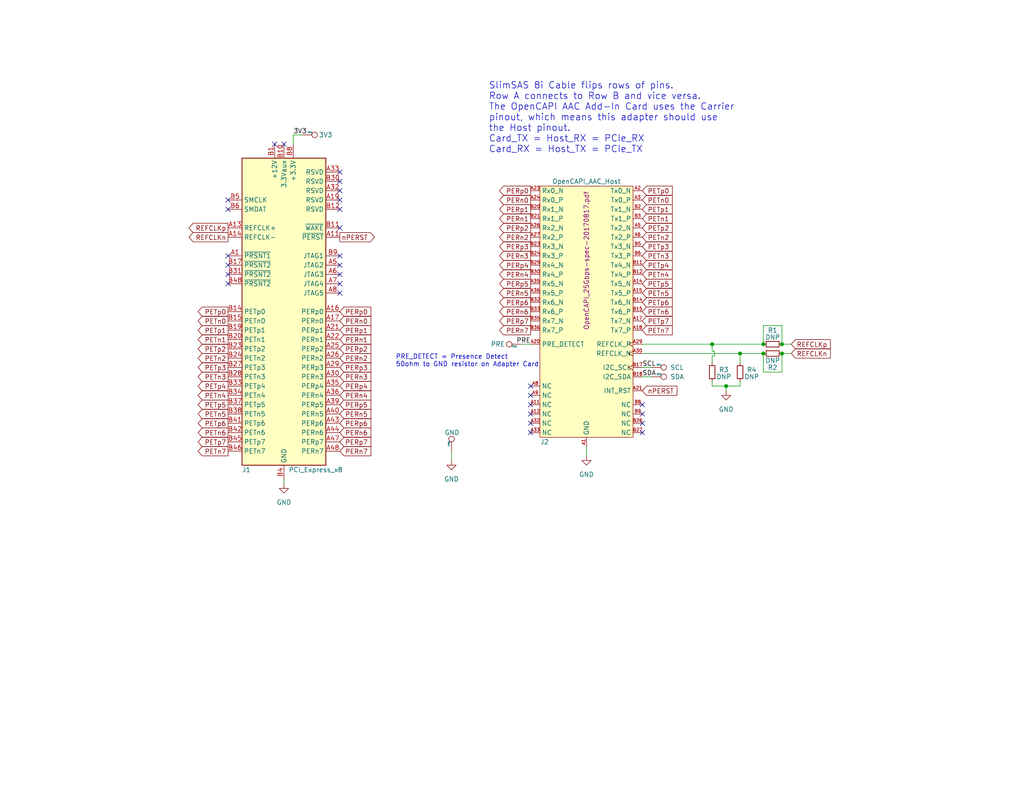
<source format=kicad_sch>
(kicad_sch (version 20211123) (generator eeschema)
  (paper "USLetter")
  (title_block (title "PCI-Express to OpenCAPI Adapter") (rev "A") (company "mwrnd") (comment 1 "github.com/mwrnd/PCIe-to-OpenCAPI_Adapter"))
  (lib_symbols
    (symbol "Connector:Bus_PCI_Express_x8"
      (property "Reference" "J" (at -8.89 43.18 0))
      (property "Value" "Bus_PCI_Express_x8" (at 12.7 43.18 0))
      (symbol "Bus_PCI_Express_x8_0_1"
        (rectangle (start -11.43 41.91) (end 11.43 -41.91) (stroke (width 0.254)) (fill (type background)))
      )
      (symbol "Bus_PCI_Express_x8_1_1"
        (pin passive line (at -15.24 15.24 0) (length 3.81) (name "~{PRSNT1}") (number "A1"))
        (pin passive line (at 2.54 45.72 270) (length 3.81) hide (name "+3.3V") (number "A10"))
        (pin input line (at 15.24 20.32 180) (length 3.81) (name "~{PERST}") (number "A11"))
        (pin passive line (at 0 -45.72 90) (length 3.81) hide (name "GND") (number "A12"))
        (pin input line (at -15.24 22.86 0) (length 3.81) (name "REFCLK+") (number "A13"))
        (pin input line (at -15.24 20.32 0) (length 3.81) (name "REFCLK-") (number "A14"))
        (pin passive line (at 0 -45.72 90) (length 3.81) hide (name "GND") (number "A15"))
        (pin output line (at 15.24 0 180) (length 3.81) (name "PERp0") (number "A16"))
        (pin output line (at 15.24 -2.54 180) (length 3.81) (name "PERn0") (number "A17"))
        (pin passive line (at 0 -45.72 90) (length 3.81) hide (name "GND") (number "A18"))
        (pin passive line (at 15.24 30.48 180) (length 3.81) (name "RSVD") (number "A19"))
        (pin passive line (at -2.54 45.72 270) (length 3.81) hide (name "+12V") (number "A2"))
        (pin passive line (at 0 -45.72 90) (length 3.81) hide (name "GND") (number "A20"))
        (pin output line (at 15.24 -5.08 180) (length 3.81) (name "PERp1") (number "A21"))
        (pin output line (at 15.24 -7.62 180) (length 3.81) (name "PERn1") (number "A22"))
        (pin passive line (at 0 -45.72 90) (length 3.81) hide (name "GND") (number "A23"))
        (pin passive line (at 0 -45.72 90) (length 3.81) hide (name "GND") (number "A24"))
        (pin output line (at 15.24 -10.16 180) (length 3.81) (name "PERp2") (number "A25"))
        (pin output line (at 15.24 -12.7 180) (length 3.81) (name "PERn2") (number "A26"))
        (pin passive line (at 0 -45.72 90) (length 3.81) hide (name "GND") (number "A27"))
        (pin passive line (at 0 -45.72 90) (length 3.81) hide (name "GND") (number "A28"))
        (pin output line (at 15.24 -15.24 180) (length 3.81) (name "PERp3") (number "A29"))
        (pin passive line (at -2.54 45.72 270) (length 3.81) hide (name "+12V") (number "A3"))
        (pin output line (at 15.24 -17.78 180) (length 3.81) (name "PERn3") (number "A30"))
        (pin passive line (at 0 -45.72 90) (length 3.81) hide (name "GND") (number "A31"))
        (pin passive line (at 15.24 33.02 180) (length 3.81) (name "RSVD") (number "A32"))
        (pin passive line (at 15.24 38.1 180) (length 3.81) (name "RSVD") (number "A33"))
        (pin passive line (at 0 -45.72 90) (length 3.81) hide (name "GND") (number "A34"))
        (pin output line (at 15.24 -20.32 180) (length 3.81) (name "PERp4") (number "A35"))
        (pin output line (at 15.24 -22.86 180) (length 3.81) (name "PERn4") (number "A36"))
        (pin passive line (at 0 -45.72 90) (length 3.81) hide (name "GND") (number "A37"))
        (pin passive line (at 0 -45.72 90) (length 3.81) hide (name "GND") (number "A38"))
        (pin output line (at 15.24 -25.4 180) (length 3.81) (name "PERp5") (number "A39"))
        (pin passive line (at 0 -45.72 90) (length 3.81) hide (name "GND") (number "A4"))
        (pin output line (at 15.24 -27.94 180) (length 3.81) (name "PERn5") (number "A40"))
        (pin passive line (at 0 -45.72 90) (length 3.81) hide (name "GND") (number "A41"))
        (pin passive line (at 0 -45.72 90) (length 3.81) hide (name "GND") (number "A42"))
        (pin output line (at 15.24 -30.48 180) (length 3.81) (name "PERp6") (number "A43"))
        (pin output line (at 15.24 -33.02 180) (length 3.81) (name "PERn6") (number "A44"))
        (pin passive line (at 0 -45.72 90) (length 3.81) hide (name "GND") (number "A45"))
        (pin passive line (at 0 -45.72 90) (length 3.81) hide (name "GND") (number "A46"))
        (pin output line (at 15.24 -35.56 180) (length 3.81) (name "PERp7") (number "A47"))
        (pin output line (at 15.24 -38.1 180) (length 3.81) (name "PERn7") (number "A48"))
        (pin passive line (at 0 -45.72 90) (length 3.81) hide (name "GND") (number "A49"))
        (pin input line (at 15.24 12.7 180) (length 3.81) (name "JTAG2") (number "A5"))
        (pin input line (at 15.24 10.16 180) (length 3.81) (name "JTAG3") (number "A6"))
        (pin output line (at 15.24 7.62 180) (length 3.81) (name "JTAG4") (number "A7"))
        (pin input line (at 15.24 5.08 180) (length 3.81) (name "JTAG5") (number "A8"))
        (pin passive line (at 2.54 45.72 270) (length 3.81) hide (name "+3.3V") (number "A9"))
        (pin power_in line (at -2.54 45.72 270) (length 3.81) (name "+12V") (number "B1"))
        (pin power_in line (at 0 45.72 270) (length 3.81) (name "3.3Vaux") (number "B10"))
        (pin open_collector line (at 15.24 22.86 180) (length 3.81) (name "~{WAKE}") (number "B11"))
        (pin passive line (at 15.24 27.94 180) (length 3.81) (name "RSVD") (number "B12"))
        (pin passive line (at 0 -45.72 90) (length 3.81) hide (name "GND") (number "B13"))
        (pin input line (at -15.24 0 0) (length 3.81) (name "PETp0") (number "B14"))
        (pin input line (at -15.24 -2.54 0) (length 3.81) (name "PETn0") (number "B15"))
        (pin passive line (at 0 -45.72 90) (length 3.81) hide (name "GND") (number "B16"))
        (pin passive line (at -15.24 12.7 0) (length 3.81) (name "~{PRSNT2}") (number "B17"))
        (pin passive line (at 0 -45.72 90) (length 3.81) hide (name "GND") (number "B18"))
        (pin input line (at -15.24 -5.08 0) (length 3.81) (name "PETp1") (number "B19"))
        (pin passive line (at -2.54 45.72 270) (length 3.81) hide (name "+12V") (number "B2"))
        (pin input line (at -15.24 -7.62 0) (length 3.81) (name "PETn1") (number "B20"))
        (pin passive line (at 0 -45.72 90) (length 3.81) hide (name "GND") (number "B21"))
        (pin passive line (at 0 -45.72 90) (length 3.81) hide (name "GND") (number "B22"))
        (pin input line (at -15.24 -10.16 0) (length 3.81) (name "PETp2") (number "B23"))
        (pin input line (at -15.24 -12.7 0) (length 3.81) (name "PETn2") (number "B24"))
        (pin passive line (at 0 -45.72 90) (length 3.81) hide (name "GND") (number "B25"))
        (pin passive line (at 0 -45.72 90) (length 3.81) hide (name "GND") (number "B26"))
        (pin input line (at -15.24 -15.24 0) (length 3.81) (name "PETp3") (number "B27"))
        (pin input line (at -15.24 -17.78 0) (length 3.81) (name "PETn3") (number "B28"))
        (pin passive line (at 0 -45.72 90) (length 3.81) hide (name "GND") (number "B29"))
        (pin passive line (at -2.54 45.72 270) (length 3.81) hide (name "+12V") (number "B3"))
        (pin passive line (at 15.24 35.56 180) (length 3.81) (name "RSVD") (number "B30"))
        (pin passive line (at -15.24 10.16 0) (length 3.81) (name "~{PRSNT2}") (number "B31"))
        (pin passive line (at 0 -45.72 90) (length 3.81) hide (name "GND") (number "B32"))
        (pin input line (at -15.24 -20.32 0) (length 3.81) (name "PETp4") (number "B33"))
        (pin input line (at -15.24 -22.86 0) (length 3.81) (name "PETn4") (number "B34"))
        (pin passive line (at 0 -45.72 90) (length 3.81) hide (name "GND") (number "B35"))
        (pin passive line (at 0 -45.72 90) (length 3.81) hide (name "GND") (number "B36"))
        (pin input line (at -15.24 -25.4 0) (length 3.81) (name "PETp5") (number "B37"))
        (pin input line (at -15.24 -27.94 0) (length 3.81) (name "PETn5") (number "B38"))
        (pin passive line (at 0 -45.72 90) (length 3.81) hide (name "GND") (number "B39"))
        (pin power_in line (at 0 -45.72 90) (length 3.81) (name "GND") (number "B4"))
        (pin passive line (at 0 -45.72 90) (length 3.81) hide (name "GND") (number "B40"))
        (pin input line (at -15.24 -30.48 0) (length 3.81) (name "PETp6") (number "B41"))
        (pin input line (at -15.24 -33.02 0) (length 3.81) (name "PETn6") (number "B42"))
        (pin passive line (at 0 -45.72 90) (length 3.81) hide (name "GND") (number "B43"))
        (pin passive line (at 0 -45.72 90) (length 3.81) hide (name "GND") (number "B44"))
        (pin input line (at -15.24 -35.56 0) (length 3.81) (name "PETp7") (number "B45"))
        (pin input line (at -15.24 -38.1 0) (length 3.81) (name "PETn7") (number "B46"))
        (pin passive line (at 0 -45.72 90) (length 3.81) hide (name "GND") (number "B47"))
        (pin passive line (at -15.24 7.62 0) (length 3.81) (name "~{PRSNT2}") (number "B48"))
        (pin passive line (at 0 -45.72 90) (length 3.81) hide (name "GND") (number "B49"))
        (pin input line (at -15.24 30.48 0) (length 3.81) (name "SMCLK") (number "B5"))
        (pin bidirectional line (at -15.24 27.94 0) (length 3.81) (name "SMDAT") (number "B6"))
        (pin passive line (at 0 -45.72 90) (length 3.81) hide (name "GND") (number "B7"))
        (pin power_in line (at 2.54 45.72 270) (length 3.81) (name "+3.3V") (number "B8"))
        (pin input line (at 15.24 15.24 180) (length 3.81) (name "JTAG1") (number "B9"))
      )
    )
    (symbol "Connector:TestPoint" (pin_numbers hide) (pin_names (offset 0.762) hide)
      (property "Reference" "TP" (at 0 6.858 0))
      (property "Value" "TestPoint" (at 0 5.08 0))
      (symbol "TestPoint_0_1"
        (circle (center 0 3.302) (radius 0.762))
      )
      (symbol "TestPoint_1_1"
        (pin passive line (at 0 0 90) (length 2.54) (name "1") (number "1"))
      )
    )
    (symbol "Device:R_Small" (pin_numbers hide) (pin_names (offset 0.254) hide)
      (property "Reference" "R" (at 0.762 0.508 0))
      (property "Value" "R_Small" (at 0.762 -1.016 0))
      (symbol "R_Small_0_1"
        (rectangle (start -0.762 1.778) (end 0.762 -1.778) (stroke (width 0.2032)))
      )
      (symbol "R_Small_1_1"
        (pin passive line (at 0 2.54 270) (length 0.762) (name "~") (number "1"))
        (pin passive line (at 0 -2.54 90) (length 0.762) (name "~") (number "2"))
      )
    )
    (symbol "OpenCAPI_AAC:OpenCAPI_AAC_Host"
      (property "Reference" "J" (at 10.16 -35.56 0))
      (property "Value" "OpenCAPI_AAC_Host" (at 0 35.56 0))
      (property "Datasheet" "OpenCAPI_25Gbps-spec-20170817.pdf" (at 0 12.7 90))
      (symbol "OpenCAPI_AAC_Host_0_1"
        (rectangle (start -12.7 34.29) (end 12.7 -34.29) (fill (type background)))
      )
      (symbol "OpenCAPI_AAC_Host_1_1"
        (pin power_in line (at 0 -36.83 90) (length 2.54) (name "GND") (number "A1"))
        (pin passive line (at 0 -36.83 90) (length 2.54) hide (name "GND") (number "A10"))
        (pin unspecified line (at -15.24 -25.4 0) (length 2.54) (name "NC") (number "A11"))
        (pin unspecified line (at -15.24 -27.94 0) (length 2.54) (name "NC") (number "A12"))
        (pin passive line (at 0 -36.83 90) (length 2.54) hide (name "GND") (number "A13"))
        (pin output line (at 15.24 7.62 180) (length 2.54) (name "Tx5_N") (number "A14"))
        (pin output line (at 15.24 5.08 180) (length 2.54) (name "Tx5_P") (number "A15"))
        (pin passive line (at 0 -36.83 90) (length 2.54) hide (name "GND") (number "A16"))
        (pin output line (at 15.24 -2.54 180) (length 2.54) (name "Tx7_N") (number "A17"))
        (pin output line (at 15.24 -5.08 180) (length 2.54) (name "Tx7_P") (number "A18"))
        (pin passive line (at 0 -36.83 90) (length 2.54) hide (name "GND") (number "A19"))
        (pin output line (at 15.24 33.02 180) (length 2.54) (name "Tx0_N") (number "A2"))
        (pin input line (at -15.24 -8.89 0) (length 2.54) (name "PRE_DETECT") (number "A20"))
        (pin output line (at 15.24 -21.59 180) (length 2.54) (name "INT_RST") (number "A21"))
        (pin passive line (at 0 -36.83 90) (length 2.54) hide (name "GND") (number "A22"))
        (pin input line (at -15.24 33.02 0) (length 2.54) (name "Rx0_N") (number "A23"))
        (pin input line (at -15.24 30.48 0) (length 2.54) (name "Rx0_P") (number "A24"))
        (pin passive line (at 0 -36.83 90) (length 2.54) hide (name "GND") (number "A25"))
        (pin input line (at -15.24 22.86 0) (length 2.54) (name "Rx2_N") (number "A26"))
        (pin input line (at -15.24 20.32 0) (length 2.54) (name "Rx2_P") (number "A27"))
        (pin passive line (at 0 -36.83 90) (length 2.54) hide (name "GND") (number "A28"))
        (pin output clock (at 15.24 -8.89 180) (length 2.54) (name "REFCLK_P") (number "A29"))
        (pin output line (at 15.24 30.48 180) (length 2.54) (name "Tx0_P") (number "A3"))
        (pin output clock (at 15.24 -11.43 180) (length 2.54) (name "REFCLK_N") (number "A30"))
        (pin passive line (at 0 -36.83 90) (length 2.54) hide (name "GND") (number "A31"))
        (pin unspecified line (at -15.24 -30.48 0) (length 2.54) (name "NC") (number "A32"))
        (pin unspecified line (at -15.24 -33.02 0) (length 2.54) (name "NC") (number "A33"))
        (pin passive line (at 0 -36.83 90) (length 2.54) hide (name "GND") (number "A34"))
        (pin input line (at -15.24 7.62 0) (length 2.54) (name "Rx5_N") (number "A35"))
        (pin input line (at -15.24 5.08 0) (length 2.54) (name "Rx5_P") (number "A36"))
        (pin passive line (at 0 -36.83 90) (length 2.54) hide (name "GND") (number "A37"))
        (pin passive line (at 0 -36.83 90) (length 2.54) hide (name "GND") (number "A4"))
        (pin output line (at 15.24 22.86 180) (length 2.54) (name "Tx2_N") (number "A5"))
        (pin output line (at 15.24 20.32 180) (length 2.54) (name "Tx2_P") (number "A6"))
        (pin passive line (at 0 -36.83 90) (length 2.54) hide (name "GND") (number "A7"))
        (pin unspecified line (at -15.24 -20.32 0) (length 2.54) (name "NC") (number "A8"))
        (pin unspecified line (at -15.24 -22.86 0) (length 2.54) (name "NC") (number "A9"))
        (pin passive line (at 0 -36.83 90) (length 2.54) hide (name "GND") (number "B1"))
        (pin passive line (at 0 -36.83 90) (length 2.54) hide (name "GND") (number "B10"))
        (pin output line (at 15.24 12.7 180) (length 2.54) (name "Tx4_N") (number "B11"))
        (pin output line (at 15.24 10.16 180) (length 2.54) (name "Tx4_P") (number "B12"))
        (pin passive line (at 0 -36.83 90) (length 2.54) hide (name "GND") (number "B13"))
        (pin output line (at 15.24 2.54 180) (length 2.54) (name "Tx6_N") (number "B14"))
        (pin output line (at 15.24 0 180) (length 2.54) (name "Tx6_P") (number "B15"))
        (pin passive line (at 0 -36.83 90) (length 2.54) hide (name "GND") (number "B16"))
        (pin output clock (at 15.24 -15.24 180) (length 2.54) (name "I2C_SCL") (number "B17"))
        (pin bidirectional line (at 15.24 -17.78 180) (length 2.54) (name "I2C_SDA") (number "B18"))
        (pin passive line (at 0 -36.83 90) (length 2.54) hide (name "GND") (number "B19"))
        (pin output line (at 15.24 27.94 180) (length 2.54) (name "Tx1_N") (number "B2"))
        (pin input line (at -15.24 27.94 0) (length 2.54) (name "Rx1_N") (number "B20"))
        (pin input line (at -15.24 25.4 0) (length 2.54) (name "Rx1_P") (number "B21"))
        (pin passive line (at 0 -36.83 90) (length 2.54) hide (name "GND") (number "B22"))
        (pin input line (at -15.24 17.78 0) (length 2.54) (name "Rx3_N") (number "B23"))
        (pin input line (at -15.24 15.24 0) (length 2.54) (name "Rx3_P") (number "B24"))
        (pin passive line (at 0 -36.83 90) (length 2.54) hide (name "GND") (number "B25"))
        (pin unspecified line (at 15.24 -30.48 180) (length 2.54) (name "NC") (number "B26"))
        (pin unspecified line (at 15.24 -33.02 180) (length 2.54) (name "NC") (number "B27"))
        (pin passive line (at 0 -36.83 90) (length 2.54) hide (name "GND") (number "B28"))
        (pin input line (at -15.24 12.7 0) (length 2.54) (name "Rx4_N") (number "B29"))
        (pin output line (at 15.24 25.4 180) (length 2.54) (name "Tx1_P") (number "B3"))
        (pin input line (at -15.24 10.16 0) (length 2.54) (name "Rx4_P") (number "B30"))
        (pin passive line (at 0 -36.83 90) (length 2.54) hide (name "GND") (number "B31"))
        (pin input line (at -15.24 2.54 0) (length 2.54) (name "Rx6_N") (number "B32"))
        (pin input line (at -15.24 0 0) (length 2.54) (name "Rx6_P") (number "B33"))
        (pin passive line (at 0 -36.83 90) (length 2.54) hide (name "GND") (number "B34"))
        (pin input line (at -15.24 -2.54 0) (length 2.54) (name "Rx7_N") (number "B35"))
        (pin input line (at -15.24 -5.08 0) (length 2.54) (name "Rx7_P") (number "B36"))
        (pin passive line (at 0 -36.83 90) (length 2.54) hide (name "GND") (number "B37"))
        (pin passive line (at 0 -36.83 90) (length 2.54) hide (name "GND") (number "B4"))
        (pin output line (at 15.24 17.78 180) (length 2.54) (name "Tx3_N") (number "B5"))
        (pin output line (at 15.24 15.24 180) (length 2.54) (name "Tx3_P") (number "B6"))
        (pin passive line (at 0 -36.83 90) (length 2.54) hide (name "GND") (number "B7"))
        (pin unspecified line (at 15.24 -25.4 180) (length 2.54) (name "NC") (number "B8"))
        (pin unspecified line (at 15.24 -27.94 180) (length 2.54) (name "NC") (number "B9"))
      )
    )
    (symbol "power:GND" (power) (pin_names (offset 0))
      (property "Value" "GND" (at 0 -3.81 0))
      (symbol "GND_0_1"
        (polyline (pts (xy 0 0) (xy 0 -1.27) (xy 1.27 -1.27) (xy 0 -2.54) (xy -1.27 -1.27) (xy 0 -1.27)))
      )
      (symbol "GND_1_1"
        (pin power_in line (at 0 0 270) (length 0) hide (name "GND") (number "1"))
      )
    )
  )
  (junction (at 198.12 105.41))
  (junction (at 194.31 93.98))
  (junction (at 213.36 96.52))
  (junction (at 208.28 93.98))
  (junction (at 213.36 93.98))
  (junction (at 208.28 96.52))
  (junction (at 201.93 96.52))
  (no_connect (at 144.78 110.49))
  (no_connect (at 62.23 72.39))
  (no_connect (at 62.23 57.15))
  (no_connect (at 175.26 110.49))
  (no_connect (at 62.23 74.93))
  (no_connect (at 62.23 54.61))
  (no_connect (at 144.78 105.41))
  (no_connect (at 92.71 54.61))
  (no_connect (at 144.78 113.03))
  (no_connect (at 144.78 118.11))
  (no_connect (at 74.93 39.37))
  (no_connect (at 92.71 72.39))
  (no_connect (at 62.23 69.85))
  (no_connect (at 62.23 77.47))
  (no_connect (at 175.26 118.11))
  (no_connect (at 144.78 107.95))
  (no_connect (at 92.71 74.93))
  (no_connect (at 144.78 115.57))
  (no_connect (at 92.71 80.01))
  (no_connect (at 92.71 77.47))
  (no_connect (at 92.71 57.15))
  (no_connect (at 77.47 39.37))
  (no_connect (at 175.26 115.57))
  (no_connect (at 92.71 49.53))
  (no_connect (at 92.71 69.85))
  (no_connect (at 175.26 113.03))
  (no_connect (at 92.71 52.07))
  (no_connect (at 92.71 62.23))
  (no_connect (at 92.71 46.99))
  (wire (pts (xy 175.26 102.87) (xy 177.8 102.87)))
  (wire (pts (xy 194.31 93.98) (xy 194.31 95.885)))
  (wire (pts (xy 201.93 104.14) (xy 201.93 105.41)))
  (wire (pts (xy 213.36 88.9) (xy 213.36 93.98)))
  (wire (pts (xy 201.93 96.52) (xy 208.28 96.52)))
  (wire (pts (xy 208.28 101.6) (xy 208.28 96.52)))
  (wire (pts (xy 194.945 95.885) (xy 194.31 95.885)))
  (wire (pts (xy 123.19 123.19) (xy 123.19 125.73)))
  (wire (pts (xy 175.26 96.52) (xy 201.93 96.52)))
  (wire (pts (xy 194.945 97.155) (xy 194.945 95.885)))
  (wire (pts (xy 208.28 88.9) (xy 213.36 88.9)))
  (wire (pts (xy 198.12 105.41) (xy 201.93 105.41)))
  (wire (pts (xy 80.01 36.83) (xy 80.01 39.37)))
  (wire (pts (xy 142.24 93.98) (xy 144.78 93.98)))
  (wire (pts (xy 213.36 96.52) (xy 215.9 96.52)))
  (wire (pts (xy 194.31 104.14) (xy 194.31 105.41)))
  (wire (pts (xy 194.31 93.98) (xy 208.28 93.98)))
  (wire (pts (xy 213.36 93.98) (xy 215.9 93.98)))
  (wire (pts (xy 175.26 93.98) (xy 194.31 93.98)))
  (wire (pts (xy 77.47 130.81) (xy 77.47 132.08)))
  (wire (pts (xy 201.93 96.52) (xy 201.93 99.06)))
  (wire (pts (xy 175.26 100.33) (xy 177.8 100.33)))
  (wire (pts (xy 213.36 101.6) (xy 208.28 101.6)))
  (wire (pts (xy 194.31 99.06) (xy 194.31 97.155)))
  (wire (pts (xy 194.31 105.41) (xy 198.12 105.41)))
  (wire (pts (xy 194.31 97.155) (xy 194.945 97.155)))
  (wire (pts (xy 82.55 36.83) (xy 80.01 36.83)))
  (wire (pts (xy 160.02 121.92) (xy 160.02 124.46)))
  (wire (pts (xy 198.12 105.41) (xy 198.12 106.68)))
  (wire (pts (xy 208.28 93.98) (xy 208.28 88.9)))
  (wire (pts (xy 213.36 96.52) (xy 213.36 101.6)))
  (text "SlimSAS 8i Cable flips rows of pins.\nRow A connects to Row B and vice versa.\nThe OpenCAPI AAC Add-In Card uses the Carrier\npinout, which means this adapter should use\nthe Host pinout.\nCard_TX = Host_RX = PCIe_RX\nCard_RX = Host_TX = PCIe_TX" (at 133.35 41.91 0) (effects (font (size 1.8 1.8)) (justify left bottom)))
  (text "PRE_DETECT = Presence Detect\n50ohm to GND resistor on Adapter Card\n" (at 107.95 100.33 0) (effects (font (size 1.27 1.27)) (justify left bottom)))
  (label "SCL" (at 175.26 100.33 0))
  (label "PRE" (at 144.78 93.98 180))
  (label "SDA" (at 175.26 102.87 0))
  (label "3V3" (at 80.01 36.83 0))
  (global_label "PERp1" (shape output) (at 144.78 57.15 180) (property "Intersheet References" "${INTERSHEET_REFS}" (effects hide)))
  (global_label "PETp6" (shape output) (at 62.23 115.57 180) (property "Intersheet References" "${INTERSHEET_REFS}" (effects hide)))
  (global_label "PETn5" (shape input) (at 175.26 80.01 0) (property "Intersheet References" "${INTERSHEET_REFS}" (effects hide)))
  (global_label "PETp1" (shape output) (at 62.23 90.17 180) (property "Intersheet References" "${INTERSHEET_REFS}" (effects hide)))
  (global_label "PERp4" (shape output) (at 144.78 72.39 180) (property "Intersheet References" "${INTERSHEET_REFS}" (effects hide)))
  (global_label "PERn6" (shape output) (at 144.78 85.09 180) (property "Intersheet References" "${INTERSHEET_REFS}" (effects hide)))
  (global_label "PERp6" (shape input) (at 92.71 115.57 0) (property "Intersheet References" "${INTERSHEET_REFS}" (effects hide)))
  (global_label "PERn4" (shape input) (at 92.71 107.95 0) (property "Intersheet References" "${INTERSHEET_REFS}" (effects hide)))
  (global_label "PERp5" (shape input) (at 92.71 110.49 0) (property "Intersheet References" "${INTERSHEET_REFS}" (effects hide)))
  (global_label "PETp7" (shape output) (at 62.23 120.65 180) (property "Intersheet References" "${INTERSHEET_REFS}" (effects hide)))
  (global_label "PETn6" (shape input) (at 175.26 85.09 0) (property "Intersheet References" "${INTERSHEET_REFS}" (effects hide)))
  (global_label "PETn7" (shape output) (at 62.23 123.19 180) (property "Intersheet References" "${INTERSHEET_REFS}" (effects hide)))
  (global_label "PERp0" (shape input) (at 92.71 85.09 0) (property "Intersheet References" "${INTERSHEET_REFS}" (effects hide)))
  (global_label "PETn0" (shape output) (at 62.23 87.63 180) (property "Intersheet References" "${INTERSHEET_REFS}" (effects hide)))
  (global_label "PERp1" (shape input) (at 92.71 90.17 0) (property "Intersheet References" "${INTERSHEET_REFS}" (effects hide)))
  (global_label "PETn3" (shape input) (at 175.26 69.85 0) (property "Intersheet References" "${INTERSHEET_REFS}" (effects hide)))
  (global_label "PETn4" (shape output) (at 62.23 107.95 180) (property "Intersheet References" "${INTERSHEET_REFS}" (effects hide)))
  (global_label "PETp3" (shape input) (at 175.26 67.31 0) (property "Intersheet References" "${INTERSHEET_REFS}" (effects hide)))
  (global_label "PETp2" (shape output) (at 62.23 95.25 180) (property "Intersheet References" "${INTERSHEET_REFS}" (effects hide)))
  (global_label "PETp4" (shape output) (at 62.23 105.41 180) (property "Intersheet References" "${INTERSHEET_REFS}" (effects hide)))
  (global_label "PERp4" (shape input) (at 92.71 105.41 0) (property "Intersheet References" "${INTERSHEET_REFS}" (effects hide)))
  (global_label "PETn1" (shape output) (at 62.23 92.71 180) (property "Intersheet References" "${INTERSHEET_REFS}" (effects hide)))
  (global_label "PETp2" (shape input) (at 175.26 62.23 0) (property "Intersheet References" "${INTERSHEET_REFS}" (effects hide)))
  (global_label "PERn2" (shape input) (at 92.71 97.79 0) (property "Intersheet References" "${INTERSHEET_REFS}" (effects hide)))
  (global_label "PERn0" (shape output) (at 144.78 54.61 180) (property "Intersheet References" "${INTERSHEET_REFS}" (effects hide)))
  (global_label "PERn5" (shape input) (at 92.71 113.03 0) (property "Intersheet References" "${INTERSHEET_REFS}" (effects hide)))
  (global_label "PERp2" (shape output) (at 144.78 62.23 180) (property "Intersheet References" "${INTERSHEET_REFS}" (effects hide)))
  (global_label "PERn2" (shape output) (at 144.78 64.77 180) (property "Intersheet References" "${INTERSHEET_REFS}" (effects hide)))
  (global_label "PETp0" (shape output) (at 62.23 85.09 180) (property "Intersheet References" "${INTERSHEET_REFS}" (effects hide)))
  (global_label "PERp2" (shape input) (at 92.71 95.25 0) (property "Intersheet References" "${INTERSHEET_REFS}" (effects hide)))
  (global_label "PETp6" (shape input) (at 175.26 82.55 0) (property "Intersheet References" "${INTERSHEET_REFS}" (effects hide)))
  (global_label "nPERST" (shape output) (at 92.71 64.77 0) (property "Intersheet References" "${INTERSHEET_REFS}" (effects hide)))
  (global_label "PERn4" (shape output) (at 144.78 74.93 180) (property "Intersheet References" "${INTERSHEET_REFS}" (effects hide)))
  (global_label "PERp3" (shape output) (at 144.78 67.31 180) (property "Intersheet References" "${INTERSHEET_REFS}" (effects hide)))
  (global_label "PETn6" (shape output) (at 62.23 118.11 180) (property "Intersheet References" "${INTERSHEET_REFS}" (effects hide)))
  (global_label "PETp1" (shape input) (at 175.26 57.15 0) (property "Intersheet References" "${INTERSHEET_REFS}" (effects hide)))
  (global_label "PETn3" (shape output) (at 62.23 102.87 180) (property "Intersheet References" "${INTERSHEET_REFS}" (effects hide)))
  (global_label "REFCLKp" (shape input) (at 215.9 93.98 0) (property "Intersheet References" "${INTERSHEET_REFS}" (effects hide)))
  (global_label "PERn0" (shape input) (at 92.71 87.63 0) (property "Intersheet References" "${INTERSHEET_REFS}" (effects hide)))
  (global_label "PERn3" (shape input) (at 92.71 102.87 0) (property "Intersheet References" "${INTERSHEET_REFS}" (effects hide)))
  (global_label "PERn3" (shape output) (at 144.78 69.85 180) (property "Intersheet References" "${INTERSHEET_REFS}" (effects hide)))
  (global_label "PERp3" (shape input) (at 92.71 100.33 0) (property "Intersheet References" "${INTERSHEET_REFS}" (effects hide)))
  (global_label "PETn0" (shape input) (at 175.26 54.61 0) (property "Intersheet References" "${INTERSHEET_REFS}" (effects hide)))
  (global_label "nPERST" (shape input) (at 175.26 106.68 0) (property "Intersheet References" "${INTERSHEET_REFS}" (effects hide)))
  (global_label "PERn1" (shape input) (at 92.71 92.71 0) (property "Intersheet References" "${INTERSHEET_REFS}" (effects hide)))
  (global_label "REFCLKp" (shape output) (at 62.23 62.23 180) (property "Intersheet References" "${INTERSHEET_REFS}" (effects hide)))
  (global_label "PETn1" (shape input) (at 175.26 59.69 0) (property "Intersheet References" "${INTERSHEET_REFS}" (effects hide)))
  (global_label "PERn7" (shape output) (at 144.78 90.17 180) (property "Intersheet References" "${INTERSHEET_REFS}" (effects hide)))
  (global_label "PERp0" (shape output) (at 144.78 52.07 180) (property "Intersheet References" "${INTERSHEET_REFS}" (effects hide)))
  (global_label "PETp5" (shape output) (at 62.23 110.49 180) (property "Intersheet References" "${INTERSHEET_REFS}" (effects hide)))
  (global_label "PETp0" (shape input) (at 175.26 52.07 0) (property "Intersheet References" "${INTERSHEET_REFS}" (effects hide)))
  (global_label "PETn4" (shape input) (at 175.26 74.93 0) (property "Intersheet References" "${INTERSHEET_REFS}" (effects hide)))
  (global_label "PETp7" (shape input) (at 175.26 87.63 0) (property "Intersheet References" "${INTERSHEET_REFS}" (effects hide)))
  (global_label "PERp6" (shape output) (at 144.78 82.55 180) (property "Intersheet References" "${INTERSHEET_REFS}" (effects hide)))
  (global_label "PETn2" (shape output) (at 62.23 97.79 180) (property "Intersheet References" "${INTERSHEET_REFS}" (effects hide)))
  (global_label "PETn2" (shape input) (at 175.26 64.77 0) (property "Intersheet References" "${INTERSHEET_REFS}" (effects hide)))
  (global_label "PERn7" (shape input) (at 92.71 123.19 0) (property "Intersheet References" "${INTERSHEET_REFS}" (effects hide)))
  (global_label "PETp5" (shape input) (at 175.26 77.47 0) (property "Intersheet References" "${INTERSHEET_REFS}" (effects hide)))
  (global_label "PETn5" (shape output) (at 62.23 113.03 180) (property "Intersheet References" "${INTERSHEET_REFS}" (effects hide)))
  (global_label "PERn6" (shape input) (at 92.71 118.11 0) (property "Intersheet References" "${INTERSHEET_REFS}" (effects hide)))
  (global_label "PERp5" (shape output) (at 144.78 77.47 180) (property "Intersheet References" "${INTERSHEET_REFS}" (effects hide)))
  (global_label "PETp4" (shape input) (at 175.26 72.39 0) (property "Intersheet References" "${INTERSHEET_REFS}" (effects hide)))
  (global_label "PETn7" (shape input) (at 175.26 90.17 0) (property "Intersheet References" "${INTERSHEET_REFS}" (effects hide)))
  (global_label "REFCLKn" (shape input) (at 215.9 96.52 0) (property "Intersheet References" "${INTERSHEET_REFS}" (effects hide)))
  (global_label "PERp7" (shape input) (at 92.71 120.65 0) (property "Intersheet References" "${INTERSHEET_REFS}" (effects hide)))
  (global_label "PERp7" (shape output) (at 144.78 87.63 180) (property "Intersheet References" "${INTERSHEET_REFS}" (effects hide)))
  (global_label "REFCLKn" (shape output) (at 62.23 64.77 180) (property "Intersheet References" "${INTERSHEET_REFS}" (effects hide)))
  (global_label "PERn5" (shape output) (at 144.78 80.01 180) (property "Intersheet References" "${INTERSHEET_REFS}" (effects hide)))
  (global_label "PERn1" (shape output) (at 144.78 59.69 180) (property "Intersheet References" "${INTERSHEET_REFS}" (effects hide)))
  (global_label "PETp3" (shape output) (at 62.23 100.33 180) (property "Intersheet References" "${INTERSHEET_REFS}" (effects hide)))
  (symbol (lib_id "Device:R_Small") (at 210.82 93.98 90) (unit 1)
    (property "Reference" "R1" (at 210.82 90.17 90))
    (property "Value" "DNP" (at 210.82 92.075 90))
    (property "Footprint" "Resistor_SMD:R_0603_1608Metric" (effects hide))
  )
  (symbol (lib_id "power:GND") (at 77.47 132.08 0) (unit 1)
    (property "Reference" "#PWR0101" (effects hide))
    (property "Value" "GND" (at 77.47 137.16 0))
  )
  (symbol (lib_id "Connector:TestPoint") (at 123.19 123.19 0) (unit 1)
    (property "Reference" "TP5" (at 122.555 121.92 90) (effects (font (size 0.5 0.5)) (justify left)))
    (property "Value" "GND" (at 121.285 118.11 0) (effects (justify left)))
    (property "Footprint" "Connector_PinHeader_2.54mm:PinHeader_1x01_P2.54mm_Vertical" (effects hide))
  )
  (symbol (lib_id "power:GND") (at 123.19 125.73 0) (unit 1)
    (property "Reference" "#PWR0103" (effects hide))
    (property "Value" "GND" (at 123.19 130.81 0))
  )
  (symbol (lib_id "Connector:TestPoint") (at 142.24 93.98 90) (unit 1)
    (property "Reference" "TP3" (at 140.97 94.615 90) (effects (font (size 0.5 0.5)) (justify left)))
    (property "Value" "PRE" (at 137.795 93.98 90) (effects (justify left)))
    (property "Footprint" "Connector_PinHeader_2.54mm:PinHeader_1x01_P2.54mm_Vertical" (effects hide))
  )
  (symbol (lib_id "Connector:TestPoint") (at 177.8 102.87 270) (unit 1)
    (property "Reference" "TP2" (at 179.07 102.235 90) (effects (font (size 0.5 0.5)) (justify left)))
    (property "Value" "SDA" (at 182.88 102.87 90) (effects (justify left)))
    (property "Footprint" "Connector_PinHeader_2.54mm:PinHeader_1x01_P2.54mm_Vertical" (effects hide))
  )
  (symbol (lib_id "Device:R_Small") (at 201.93 101.6 180) (unit 1)
    (property "Reference" "R4" (at 205.105 100.965 0))
    (property "Value" "DNP" (at 205.105 102.87 0))
    (property "Footprint" "Resistor_SMD:R_0603_1608Metric" (effects hide))
  )
  (symbol (lib_id "Device:R_Small") (at 210.82 96.52 270) (unit 1)
    (property "Reference" "R2" (at 210.82 100.33 90))
    (property "Value" "DNP" (at 210.82 98.425 90))
    (property "Footprint" "Resistor_SMD:R_0603_1608Metric" (effects hide))
  )
  (symbol (lib_id "Connector:Bus_PCI_Express_x8") (at 77.47 85.09 0) (unit 1)
    (property "Reference" "J1" (at 66.04 128.27 0) (effects (justify left)))
    (property "Value" "PCI_Express_x8" (at 78.74 128.27 0) (effects (justify left)))
    (property "Footprint" "Connector_PCBEdge:BUS_PCIexpress_x8" (effects hide))
    (property "Datasheet" "ritrontek 20161026105231124.pdf Page63" (effects hide))
  )
  (symbol (lib_id "power:GND") (at 198.12 106.68 0) (unit 1)
    (property "Reference" "#PWR0104" (effects hide))
    (property "Value" "GND" (at 198.12 111.76 0))
  )
  (symbol (lib_id "Connector:TestPoint") (at 82.55 36.83 270) (unit 1)
    (property "Reference" "TP4" (at 83.82 36.195 90) (effects (font (size 0.5 0.5)) (justify left)))
    (property "Value" "3V3" (at 86.995 36.83 90) (effects (justify left)))
    (property "Footprint" "Connector_PinHeader_2.54mm:PinHeader_1x01_P2.54mm_Vertical" (effects hide))
  )
  (symbol (lib_id "OpenCAPI_AAC:OpenCAPI_AAC_Host") (at 160.02 85.09 0) (unit 1)
    (property "Reference" "J2" (at 148.59 120.65 0))
    (property "Value" "OpenCAPI_AAC_Host" (at 160.02 49.53 0))
    (property "Footprint" "SlimSAS_8x:SlimSAS_8x_RA_U10-A474" (effects hide))
    (property "Datasheet" "OpenCAPI_25Gbps-spec-20170817.pdf" (at 160.02 71.12 90))
  )
  (symbol (lib_id "power:GND") (at 160.02 124.46 0) (unit 1)
    (property "Reference" "#PWR0102" (effects hide))
    (property "Value" "GND" (at 160.02 129.54 0))
  )
  (symbol (lib_id "Device:R_Small") (at 194.31 101.6 180) (unit 1)
    (property "Reference" "R3" (at 197.485 100.965 0))
    (property "Value" "DNP" (at 197.485 102.87 0))
    (property "Footprint" "Resistor_SMD:R_0603_1608Metric" (effects hide))
  )
  (symbol (lib_id "Connector:TestPoint") (at 177.8 100.33 270) (unit 1)
    (property "Reference" "TP1" (at 179.07 99.695 90) (effects (font (size 0.5 0.5)) (justify left)))
    (property "Value" "SCL" (at 182.88 100.33 90) (effects (justify left)))
    (property "Footprint" "Connector_PinHeader_2.54mm:PinHeader_1x01_P2.54mm_Vertical" (effects hide))
  )
)
</source>
